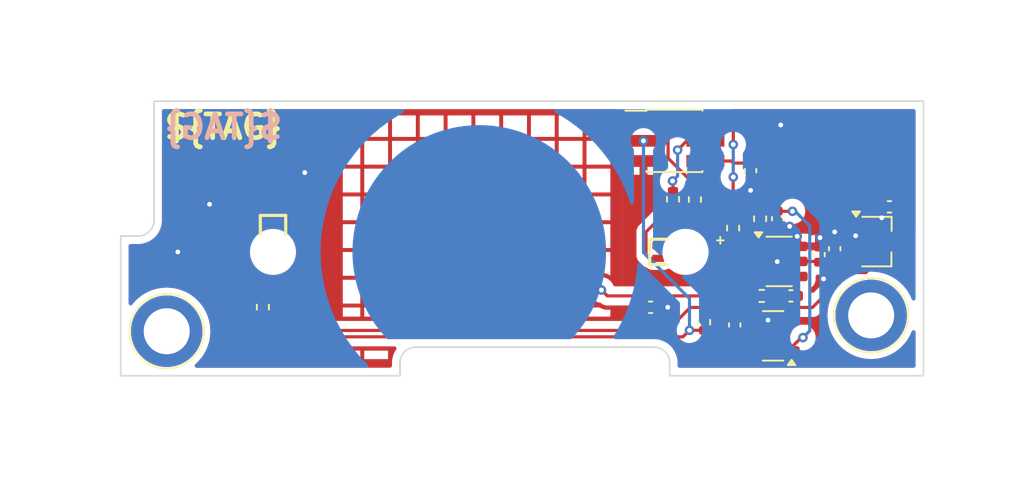
<source format=kicad_pcb>
(kicad_pcb (version 20240108) (generator "pcbnew") (generator_version "8.0")
  (layers (0 "F.Cu" signal) (1 "In1.Cu" signal) (2 "In2.Cu" signal) (3 "In3.Cu" signal) (4 "In4.Cu" signal) (31 "B.Cu" signal) (34 "B.Paste" user) (35 "F.Paste" user) (36 "B.SilkS" user "B.Silkscreen") (37 "F.SilkS" user "F.Silkscreen") (38 "B.Mask" user) (39 "F.Mask" user) (44 "Edge.Cuts" user))
  (net 0 "")
  (net 1 "GND")
  (net 2 "+3V3")
  (net 3 "~{LED_B}")
  (net 4 "CAP_BUTTON")
  (net 5 "~{LED_G}")
  (net 6 "~{LED_R}")
  (net 7 "~{CAP_BUTTON}")
  (net 8 "Net-(U301-VO)")
  (net 9 "Net-(U302-SNS)")
  (net 10 "Net-(U302-SNSK)")
  (net 11 "Net-(C307-Pad1)")
  (net 12 "Net-(D301-A)")
  (net 15 "Net-(LED301---Pad4)")
  (net 16 "Net-(LED301---Pad1)")
  (net 17 "Net-(LED301---Pad3)")
  (net 18 "Net-(U302-OUT)")
  (footprint "Resistor_SMD:R_0402_1005Metric" (layer "F.Cu") (at 16 -1.5 -90)
    (property "Reference" "R304" (hide yes))
    (property "Value" "180Ω")
    (fp_line (start -0.153641 0.38) (end 0.153641 0.38) (stroke (width 0.12)) (layer "F.SilkS"))
    (fp_line (start -0.153641 -0.38) (end 0.153641 -0.38) (stroke (width 0.12)) (layer "F.SilkS"))
    (pad "1" smd roundrect (at -0.51 0 270) (size 0.54 0.64) (layers "F.Cu" "F.Paste" "F.Mask") (net 3 "~{LED_B}"))
    (pad "2" smd roundrect (at 0.51 0 270) (size 0.54 0.64) (layers "F.Cu" "F.Paste" "F.Mask") (net 17 "Net-(LED301---Pad3)"))
  )
  (footprint "Resistor_SMD:R_0402_1005Metric" (layer "F.Cu") (at 14.17 4.43 90)
    (property "Reference" "R307" (hide yes))
    (property "Value" "100k")
    (fp_line (start -0.153641 -0.38) (end 0.153641 -0.38) (stroke (width 0.12)) (layer "F.SilkS"))
    (fp_line (start -0.153641 0.38) (end 0.153641 0.38) (stroke (width 0.12)) (layer "F.SilkS"))
    (pad "1" smd roundrect (at -0.51 0 90) (size 0.54 0.64) (layers "F.Cu" "F.Paste" "F.Mask") (net 7 "~{CAP_BUTTON}"))
    (pad "2" smd roundrect (at 0.51 0 90) (size 0.54 0.64) (layers "F.Cu" "F.Paste" "F.Mask") (net 2 "+3V3"))
  )
  (footprint "Resistor_SMD:R_0402_1005Metric" (layer "F.Cu") (at 17.8 2.7725 180)
    (property "Reference" "R302" (hide yes))
    (property "Value" "10k")
    (fp_line (start -0.153641 0.38) (end 0.153641 0.38) (stroke (width 0.12)) (layer "F.SilkS"))
    (fp_line (start -0.153641 -0.38) (end 0.153641 -0.38) (stroke (width 0.12)) (layer "F.SilkS"))
    (pad "1" smd roundrect (at -0.51 0 180) (size 0.54 0.64) (layers "F.Cu" "F.Paste" "F.Mask") (net 10 "Net-(U302-SNSK)"))
    (pad "2" smd roundrect (at 0.51 0 180) (size 0.54 0.64) (layers "F.Cu" "F.Paste" "F.Mask") (net 11 "Net-(C307-Pad1)"))
  )
  (footprint "Resistor_SMD:R_0402_1005Metric" (layer "F.Cu") (at 13.59 -3.3 90)
    (property "Reference" "R306" (hide yes))
    (property "Value" "180Ω")
    (fp_line (start -0.153641 -0.38) (end 0.153641 -0.38) (stroke (width 0.12)) (layer "F.SilkS"))
    (fp_line (start -0.153641 0.38) (end 0.153641 0.38) (stroke (width 0.12)) (layer "F.SilkS"))
    (pad "1" smd roundrect (at -0.51 0 90) (size 0.54 0.64) (layers "F.Cu" "F.Paste" "F.Mask") (net 16 "Net-(LED301---Pad1)"))
    (pad "2" smd roundrect (at 0.51 0 90) (size 0.54 0.64) (layers "F.Cu" "F.Paste" "F.Mask") (net 6 "~{LED_R}"))
  )
  (footprint "Package_TO_SOT_SMD:TSOT-23" (layer "F.Cu") (at 25.03 -0.67)
    (property "Reference" "U301" (hide yes))
    (property "Value" "ME6216A28XG")
    (fp_line (start 0.945 0.69) (end 0.945 1.58) (stroke (width 0.12)) (layer "F.SilkS"))
    (fp_line (start 0.945 1.58) (end -0.905 1.58) (stroke (width 0.12)) (layer "F.SilkS"))
    (fp_line (start 0.96 -1.54) (end -0.89 -1.54) (stroke (width 0.12)) (layer "F.SilkS"))
    (fp_line (start 0.96 -1.54) (end 0.96 -0.65) (stroke (width 0.12)) (layer "F.SilkS"))
    (fp_poly (pts (xy -1.28 -1.55) (xy -1.52 -1.88) (xy -1.04 -1.88) (xy -1.28 -1.55)) (stroke (width 0.12)) (fill solid) (layer "F.SilkS"))
    (pad "1" smd roundrect (at -1.31 -0.95) (size 1.22 0.65) (layers "F.Cu" "F.Paste" "F.Mask") (net 1 "GND"))
    (pad "2" smd roundrect (at -1.31 0.95) (size 1.22 0.65) (layers "F.Cu" "F.Paste" "F.Mask") (net 8 "Net-(U301-VO)"))
    (pad "3" smd roundrect (at 1.31 0) (size 1.22 0.65) (layers "F.Cu" "F.Paste" "F.Mask") (net 2 "+3V3"))
  )
  (footprint "Capacitor_SMD:C_0402_1005Metric" (layer "F.Cu") (at 10.8 3.49)
    (property "Reference" "C307" (hide yes))
    (property "Value" "~")
    (fp_line (start -0.107836 -0.36) (end 0.107836 -0.36) (stroke (width 0.12)) (layer "F.SilkS"))
    (fp_line (start -0.107836 0.36) (end 0.107836 0.36) (stroke (width 0.12)) (layer "F.SilkS"))
    (pad "1" smd roundrect (at -0.48 0) (size 0.56 0.62) (layers "F.Cu" "F.Paste" "F.Mask") (net 11 "Net-(C307-Pad1)"))
    (pad "2" smd roundrect (at 0.48 0) (size 0.56 0.62) (layers "F.Cu" "F.Paste" "F.Mask") (net 1 "GND"))
  )
  (footprint "Package_TO_SOT_SMD:SOT-23-6" (layer "F.Cu") (at 18.9 0.6)
    (property "Reference" "U302" (hide yes))
    (property "Value" "AT42QT1010-TSHR")
    (fp_line (start 0 -1.56) (end -0.8 -1.56) (stroke (width 0.12)) (layer "F.SilkS"))
    (fp_line (start 0 -1.56) (end 0.8 -1.56) (stroke (width 0.12)) (layer "F.SilkS"))
    (fp_line (start 0 1.56) (end -0.8 1.56) (stroke (width 0.12)) (layer "F.SilkS"))
    (fp_line (start 0 1.56) (end 0.8 1.56) (stroke (width 0.12)) (layer "F.SilkS"))
    (fp_poly (pts (xy -1.3 -1.51) (xy -1.54 -1.84) (xy -1.06 -1.84) (xy -1.3 -1.51)) (stroke (width 0.12)) (fill solid) (layer "F.SilkS"))
    (pad "1" smd roundrect (at -1.1375 -0.95) (size 1.325 0.6) (layers "F.Cu" "F.Paste" "F.Mask") (net 18 "Net-(U302-OUT)"))
    (pad "2" smd roundrect (at -1.1375 0) (size 1.325 0.6) (layers "F.Cu" "F.Paste" "F.Mask") (net 1 "GND"))
    (pad "3" smd roundrect (at -1.1375 0.95) (size 1.325 0.6) (layers "F.Cu" "F.Paste" "F.Mask") (net 10 "Net-(U302-SNSK)"))
    (pad "4" smd roundrect (at 1.1375 0.95) (size 1.325 0.6) (layers "F.Cu" "F.Paste" "F.Mask") (net 9 "Net-(U302-SNS)"))
    (pad "5" smd roundrect (at 1.1375 0) (size 1.325 0.6) (layers "F.Cu" "F.Paste" "F.Mask") (net 8 "Net-(U301-VO)"))
    (pad "6" smd roundrect (at 1.1375 -0.95) (size 1.325 0.6) (layers "F.Cu" "F.Paste" "F.Mask") (net 1 "GND"))
  )
  (footprint "Capacitor_SMD:C_0402_1005Metric" (layer "F.Cu") (at 19.64 2.7725)
    (property "Reference" "C306" (hide yes))
    (property "Value" "8.2nF")
    (fp_line (start -0.107836 -0.36) (end 0.107836 -0.36) (stroke (width 0.12)) (layer "F.SilkS"))
    (fp_line (start -0.107836 0.36) (end 0.107836 0.36) (stroke (width 0.12)) (layer "F.SilkS"))
    (pad "1" smd roundrect (at -0.48 0) (size 0.56 0.62) (layers "F.Cu" "F.Paste" "F.Mask") (net 10 "Net-(U302-SNSK)"))
    (pad "2" smd roundrect (at 0.48 0) (size 0.56 0.62) (layers "F.Cu" "F.Paste" "F.Mask") (net 9 "Net-(U302-SNS)"))
  )
  (footprint "PCM_kikit:Tab" (layer "F.Cu") (at 17.57 8.69 90)
    (property "Reference" "REF**" (hide yes))
    (property "Value" "Tab")
  )
  (footprint "Resistor_SMD:R_0402_1005Metric" (layer "F.Cu") (at 17.7 -2.09 -90)
    (property "Reference" "R303" (hide yes))
    (property "Value" "10k")
    (fp_line (start -0.153641 0.38) (end 0.153641 0.38) (stroke (width 0.12)) (layer "F.SilkS"))
    (fp_line (start -0.153641 -0.38) (end 0.153641 -0.38) (stroke (width 0.12)) (layer "F.SilkS"))
    (pad "1" smd roundrect (at -0.51 0 270) (size 0.54 0.64) (layers "F.Cu" "F.Paste" "F.Mask") (net 4 "CAP_BUTTON"))
    (pad "2" smd roundrect (at 0.51 0 270) (size 0.54 0.64) (layers "F.Cu" "F.Paste" "F.Mask") (net 18 "Net-(U302-OUT)"))
  )
  (footprint "cacophony-library:SMTWE2070MTJ" (layer "F.Cu") (at 24.7 4)
    (property "Reference" "J303" (hide yes))
    (property "Value" "Screw_Terminal_01x01")
    (fp_circle (center 0 0) (end 2.35 0) (stroke (width 0.1)) (fill none) (layer "F.SilkS"))
    (pad "1" thru_hole circle (at 0 0) (size 4.5 4.5) (drill 2.9) (layers "*.Cu" "*.Mask"))
  )
  (footprint "PCM_kikit:Tab" (layer "F.Cu") (at 19.73 -9.53 -90)
    (property "Reference" "REF**" (hide yes))
    (property "Value" "Tab")
  )
  (footprint "Capacitor_SMD:C_0402_1005Metric" (layer "F.Cu") (at 22.4 -0.2 90)
    (property "Reference" "C304" (hide yes))
    (property "Value" "1uF")
    (fp_line (start -0.107836 -0.36) (end 0.107836 -0.36) (stroke (width 0.12)) (layer "F.SilkS"))
    (fp_line (start -0.107836 0.36) (end 0.107836 0.36) (stroke (width 0.12)) (layer "F.SilkS"))
    (pad "1" smd roundrect (at -0.48 0 90) (size 0.56 0.62) (layers "F.Cu" "F.Paste" "F.Mask") (net 8 "Net-(U301-VO)"))
    (pad "2" smd roundrect (at 0.48 0 90) (size 0.56 0.62) (layers "F.Cu" "F.Paste" "F.Mask") (net 1 "GND"))
  )
  (footprint "PCM_kikit:Tab" (layer "F.Cu") (at 28 -0.9 180)
    (property "Reference" "REF**" (hide yes))
    (property "Value" "Tab")
  )
  (footprint "Capacitor_SMD:C_0402_1005Metric" (layer "F.Cu") (at 21.41 0.17 90)
    (property "Reference" "C305" (hide yes))
    (property "Value" "220nF")
    (fp_line (start -0.107836 -0.36) (end 0.107836 -0.36) (stroke (width 0.12)) (layer "F.SilkS"))
    (fp_line (start -0.107836 0.36) (end 0.107836 0.36) (stroke (width 0.12)) (layer "F.SilkS"))
    (pad "1" smd roundrect (at -0.48 0 90) (size 0.56 0.62) (layers "F.Cu" "F.Paste" "F.Mask") (net 8 "Net-(U301-VO)"))
    (pad "2" smd roundrect (at 0.48 0 90) (size 0.56 0.62) (layers "F.Cu" "F.Paste" "F.Mask") (net 1 "GND"))
  )
  (footprint "Capacitor_SMD:C_0402_1005Metric" (layer "F.Cu") (at 17.1 -5.12 90)
    (property "Reference" "C301" (hide yes))
    (property "Value" "1uF")
    (fp_line (start -0.107836 -0.36) (end 0.107836 -0.36) (stroke (width 0.12)) (layer "F.SilkS"))
    (fp_line (start -0.107836 0.36) (end 0.107836 0.36) (stroke (width 0.12)) (layer "F.SilkS"))
    (pad "1" smd roundrect (at -0.48 0 90) (size 0.56 0.62) (layers "F.Cu" "F.Paste" "F.Mask") (net 1 "GND"))
    (pad "2" smd roundrect (at 0.48 0 90) (size 0.56 0.62) (layers "F.Cu" "F.Paste" "F.Mask") (net 2 "+3V3"))
  )
  (footprint "cacophony-library:QBLP655R-IW-2897" (layer "F.Cu") (at -13 0 -90)
    (property "Reference" "D301" (hide yes))
    (property "Value" "LED")
    (fp_line (start -2.3 0.8) (end -1.1 0.8) (stroke (width 0.2)) (layer "F.SilkS"))
    (fp_line (start -2.3 -0.8) (end -2.3 0.8) (stroke (width 0.2)) (layer "F.SilkS"))
    (fp_line (start -2.3 -0.8) (end -1.1 -0.8) (stroke (width 0.2)) (layer "F.SilkS"))
    (pad "" np_thru_hole circle (at 0 0 270) (size 2.4 2.4) (drill 2.4) (layers "F&B.Cu" "*.Mask"))
    (pad "1" smd custom (at -1.8 0 90) (size 0.22 0.22) (layers "F.Cu" "F.Paste" "F.Mask") (net 7 "~{CAP_BUTTON}") (options (clearance outline) (anchor circle)) (primitives (gr_rect (start -0.29 -0.3) (end 0.29 0.28) (width 0.001) (fill yes)) (gr_poly (pts (xy -0.32 0.2) (xy -0.41 0.61) (xy -0.41 0.63) (xy 0.28 0.63) (xy 0.283984 0.629619) (xy 0.289619 0.623984) (xy 0.29 0.62) (xy 0.29 0.19) (xy 0.289619 0.186016) (xy 0.283984 0.180381) (xy 0.28 0.18) (xy -0.31 0.18)) (width 0) (fill yes)) (gr_arc (start -0.410001 -0.58) (mid -0.294632 0) (end -0.410001 0.58) (width 0.1)) (gr_poly (pts (xy -0.32 -0.2) (xy -0.41 -0.61) (xy -0.41 -0.63) (xy 0.28 -0.63) (xy 0.283984 -0.629619) (xy 0.289619 -0.623984) (xy 0.29 -0.62) (xy 0.29 -0.19) (xy 0.289619 -0.186016) (xy 0.283984 -0.180381) (xy 0.28 -0.18) (xy -0.31 -0.18)) (width 0) (fill yes))))
    (pad "2" smd custom (at 1.8 0 270) (size 0.22 0.22) (layers "F.Cu" "F.Paste" "F.Mask") (net 12 "Net-(D301-A)") (options (clearance outline) (anchor circle)) (primitives (gr_rect (start -0.29 -0.3) (end 0.29 0.28) (width 0.001) (fill yes)) (gr_poly (pts (xy -0.32 0.2) (xy -0.41 0.61) (xy -0.41 0.63) (xy 0.28 0.63) (xy 0.283984 0.629619) (xy 0.289619 0.623984) (xy 0.29 0.62) (xy 0.29 0.19) (xy 0.289619 0.186016) (xy 0.283984 0.180381) (xy 0.28 0.18) (xy -0.31 0.18)) (width 0) (fill yes)) (gr_arc (start -0.410001 -0.58) (mid -0.294632 0) (end -0.410001 0.58) (width 0.1)) (gr_poly (pts (xy -0.32 -0.2) (xy -0.41 -0.61) (xy -0.41 -0.63) (xy 0.28 -0.63) (xy 0.283984 -0.629619) (xy 0.289619 -0.623984) (xy 0.29 -0.62) (xy 0.29 -0.19) (xy 0.289619 -0.186016) (xy 0.283984 -0.180381) (xy 0.28 -0.18) (xy -0.31 -0.18)) (width 0) (fill yes))))
  )
  (footprint "cacophony-library:SMTWE2070MTJ" (layer "F.Cu") (at -19.7 5)
    (property "Reference" "J301" (hide yes))
    (property "Value" "Screw_Terminal_01x01")
    (fp_circle (center 0 0) (end 2.35 0) (stroke (width 0.1)) (fill none) (layer "F.SilkS"))
    (pad "1" thru_hole circle (at 0 0) (size 4.5 4.5) (drill 2.9) (layers "*.Cu" "*.Mask"))
  )
  (footprint "Capacitor_SMD:C_0402_1005Metric" (layer "F.Cu") (at 18.81 -2.09 -90)
    (property "Reference" "C308" (hide yes))
    (property "Value" "220nF")
    (fp_line (start -0.107836 0.36) (end 0.107836 0.36) (stroke (width 0.12)) (layer "F.SilkS"))
    (fp_line (start -0.107836 -0.36) (end 0.107836 -0.36) (stroke (width 0.12)) (layer "F.SilkS"))
    (pad "1" smd roundrect (at -0.48 0 270) (size 0.56 0.62) (layers "F.Cu" "F.Paste" "F.Mask") (net 4 "CAP_BUTTON"))
    (pad "2" smd roundrect (at 0.48 0 270) (size 0.56 0.62) (layers "F.Cu" "F.Paste" "F.Mask") (net 1 "GND"))
  )
  (footprint "cacophony-library:QBLP655R-RGB" (layer "F.Cu") (at 13 0 180)
    (property "Reference" "LED301" (hide yes))
    (property "Value" "NH-B1515RGBA-HF")
    (fp_line (start 2.26 0.8) (end 2.26 -0.8) (stroke (width 0.2)) (layer "F.SilkS"))
    (fp_line (start 2.26 0.8) (end 1.2 0.8) (stroke (width 0.2)) (layer "F.SilkS"))
    (fp_line (start 2.26 -0.8) (end 1.2 -0.8) (stroke (width 0.2)) (layer "F.SilkS"))
    (fp_line (start -2.19 0.52) (end -2.19 0.94) (stroke (width 0.12)) (layer "F.SilkS"))
    (fp_line (start -2.4 0.73) (end -1.98 0.73) (stroke (width 0.12)) (layer "F.SilkS"))
    (pad "" np_thru_hole circle (at 0 0 180) (size 2.4 2.4) (drill 2.4) (layers "F&B.Cu" "*.Mask"))
    (pad "1" smd custom (at 1.7 0.4) (size 0.22 0.22) (layers "F.Cu" "F.Paste" "F.Mask") (net 16 "Net-(LED301---Pad1)") (options (clearance outline) (anchor circle)) (primitives (gr_poly (pts (xy 0.22 0.2) (xy 0.31 -0.21) (xy 0.31 -0.23) (xy -0.38 -0.23) (xy -0.383984 -0.229619) (xy -0.389619 -0.223984) (xy -0.39 -0.22) (xy -0.39 0.21) (xy -0.389619 0.213984) (xy -0.383984 0.219619) (xy -0.38 0.22) (xy 0.21 0.22)) (width 0) (fill yes)) (gr_arc (start 0.212119 0.170325) (mid 0.250511 -0.007785) (end 0.310001 -0.18) (width 0.1))))
    (pad "2" smd custom (at -1.7 0.4) (size 0.22 0.22) (layers "F.Cu" "F.Paste" "F.Mask") (net 2 "+3V3") (options (clearance outline) (anchor circle)) (primitives (gr_poly (pts (xy -0.22 0.2) (xy -0.31 -0.21) (xy -0.31 -0.23) (xy 0.38 -0.23) (xy 0.383984 -0.229619) (xy 0.389619 -0.223984) (xy 0.39 -0.22) (xy 0.39 0.21) (xy 0.389619 0.213984) (xy 0.383984 0.219619) (xy 0.38 0.22) (xy -0.21 0.22)) (width 0) (fill yes)) (gr_arc (start -0.310001 -0.18) (mid -0.250511 -0.007785) (end -0.212119 0.170325) (width 0.1))))
    (pad "3" smd custom (at -1.7 -0.4 180) (size 0.22 0.22) (layers "F.Cu" "F.Paste" "F.Mask") (net 17 "Net-(LED301---Pad3)") (options (clearance outline) (anchor circle)) (primitives (gr_poly (pts (xy 0.22 0.2) (xy 0.31 -0.21) (xy 0.31 -0.23) (xy -0.38 -0.23) (xy -0.383984 -0.229619) (xy -0.389619 -0.223984) (xy -0.39 -0.22) (xy -0.39 0.21) (xy -0.389619 0.213984) (xy -0.383984 0.219619) (xy -0.38 0.22) (xy 0.21 0.22)) (width 0) (fill yes)) (gr_arc (start 0.212119 0.170325) (mid 0.250511 -0.007785) (end 0.310001 -0.18) (width 0.1))))
    (pad "4" smd custom (at 1.7 -0.4 180) (size 0.22 0.22) (layers "F.Cu" "F.Paste" "F.Mask") (net 15 "Net-(LED301---Pad4)") (options (clearance outline) (anchor circle)) (primitives (gr_poly (pts (xy -0.22 0.2) (xy -0.31 -0.21) (xy -0.31 -0.23) (xy 0.38 -0.23) (xy 0.383984 -0.229619) (xy 0.389619 -0.223984) (xy 0.39 -0.22) (xy 0.39 0.21) (xy 0.389619 0.213984) (xy 0.383984 0.219619) (xy 0.38 0.22) (xy -0.21 0.22)) (width 0) (fill yes)) (gr_arc (start -0.310001 -0.18) (mid -0.250511 -0.007785) (end -0.212119 0.170325) (width 0.1))))
  )
  (footprint "PCM_kikit:Tab" (layer "F.Cu") (at -12.08 -9.52 -90)
    (property "Reference" "REF**" (hide yes))
    (property "Value" "Tab")
  )
  (footprint "Package_TO_SOT_SMD:SOT-23" (layer "F.Cu") (at 18.52 5.29 180)
    (property "Reference" "Q301" (hide yes))
    (property "Value" "AO3400A")
    (fp_line (start 0 1.56) (end 0.65 1.56) (stroke (width 0.12)) (layer "F.SilkS"))
    (fp_line (start 0 1.56) (end -0.65 1.56) (stroke (width 0.12)) (layer "F.SilkS"))
    (fp_line (start 0 -1.56) (end 0.65 -1.56) (stroke (width 0.12)) (layer "F.SilkS"))
    (fp_line (start 0 -1.56) (end -0.65 -1.56) (stroke (width 0.12)) (layer "F.SilkS"))
    (fp_poly (pts (xy -1.1625 -1.51) (xy -1.4025 -1.84) (xy -0.9225 -1.84) (xy -1.1625 -1.51)) (stroke (width 0.12)) (fill solid) (layer "F.SilkS"))
    (pad "1" smd roundrect (at -0.9375 -0.95 180) (size 1.475 0.6) (layers "F.Cu" "F.Paste" "F.Mask") (net 4 "CAP_BUTTON"))
    (pad "2" smd roundrect (at -0.9375 0.95 180) (size 1.475 0.6) (layers "F.Cu" "F.Paste" "F.Mask") (net 1 "GND"))
    (pad "3" smd roundrect (at 0.9375 0 180) (size 1.475 0.6) (layers "F.Cu" "F.Paste" "F.Mask") (net 7 "~{CAP_BUTTON}"))
  )
  (footprint "Capacitor_SMD:C_0402_1005Metric" (layer "F.Cu") (at 16.1 4.6 90)
    (property "Reference" "C302" (hide yes))
    (property "Value" "1uF")
    (fp_line (start -0.107836 -0.36) (end 0.107836 -0.36) (stroke (width 0.12)) (layer "F.SilkS"))
    (fp_line (start -0.107836 0.36) (end 0.107836 0.36) (stroke (width 0.12)) (layer "F.SilkS"))
    (pad "1" smd roundrect (at -0.48 0 90) (size 0.56 0.62) (layers "F.Cu" "F.Paste" "F.Mask") (net 7 "~{CAP_BUTTON}"))
    (pad "2" smd roundrect (at 0.48 0 90) (size 0.56 0.62) (layers "F.Cu" "F.Paste" "F.Mask") (net 1 "GND"))
  )
  (footprint "Connector_PinHeader_1.27mm:PinHeader_2x03_P1.27mm_Vertical_SMD" (layer "F.Cu") (at 12.3 -7)
    (property "Reference" "J302" (hide yes))
    (property "Value" "Conn_02x03_Odd_Even")
    (fp_line (start -3.09 -1.9) (end -1.765 -1.9) (stroke (width 0.12)) (layer "F.SilkS"))
    (fp_line (start -1.765 -1.965) (end -1.765 -1.9) (stroke (width 0.12)) (layer "F.SilkS"))
    (fp_line (start -1.765 -1.965) (end 1.765 -1.965) (stroke (width 0.12)) (layer "F.SilkS"))
    (fp_line (start -1.765 1.9) (end -1.765 1.965) (stroke (width 0.12)) (layer "F.SilkS"))
    (fp_line (start -1.765 1.965) (end 1.765 1.965) (stroke (width 0.12)) (layer "F.SilkS"))
    (fp_line (start 1.765 -1.965) (end 1.765 -1.9) (stroke (width 0.12)) (layer "F.SilkS"))
    (fp_line (start 1.765 1.9) (end 1.765 1.965) (stroke (width 0.12)) (layer "F.SilkS"))
    (pad "1" smd rect (at -1.95 -1.27) (size 2.4 0.74) (layers "F.Cu" "F.Paste" "F.Mask") (net 6 "~{LED_R}"))
    (pad "2" smd rect (at 1.95 -1.27) (size 2.4 0.74) (layers "F.Cu" "F.Paste" "F.Mask") (net 3 "~{LED_B}"))
    (pad "3" smd rect (at -1.95 0) (size 2.4 0.74) (layers "F.Cu" "F.Paste" "F.Mask") (net 7 "~{CAP_BUTTON}"))
    (pad "4" smd rect (at 1.95 0) (size 2.4 0.74) (layers "F.Cu" "F.Paste" "F.Mask") (net 5 "~{LED_G}"))
    (pad "5" smd rect (at -1.95 1.27) (size 2.4 0.74) (layers "F.Cu" "F.Paste" "F.Mask") (net 1 "GND"))
    (pad "6" smd rect (at 1.95 1.27) (size 2.4 0.74) (layers "F.Cu" "F.Paste" "F.Mask") (net 2 "+3V3"))
  )
  (footprint "PCM_kikit:Tab" (layer "F.Cu") (at -15.25 8.73 90)
    (property "Reference" "REF**" (hide yes))
    (property "Value" "Tab")
  )
  (footprint "Capacitor_SMD:C_0402_1005Metric" (layer "F.Cu") (at 25.85 -2.84 180)
    (property "Reference" "C303" (hide yes))
    (property "Value" "1uF")
    (fp_line (start -0.107836 0.36) (end 0.107836 0.36) (stroke (width 0.12)) (layer "F.SilkS"))
    (fp_line (start -0.107836 -0.36) (end 0.107836 -0.36) (stroke (width 0.12)) (layer "F.SilkS"))
    (pad "1" smd roundrect (at -0.48 0 180) (size 0.56 0.62) (layers "F.Cu" "F.Paste" "F.Mask") (net 2 "+3V3"))
    (pad "2" smd roundrect (at 0.48 0 180) (size 0.56 0.62) (layers "F.Cu" "F.Paste" "F.Mask") (net 1 "GND"))
  )
  (footprint "Resistor_SMD:R_0402_1005Metric" (layer "F.Cu") (at -13.64 3.48 -90)
    (property "Reference" "R301" (hide yes))
    (property "Value" "180Ω")
    (fp_line (start -0.153641 0.38) (end 0.153641 0.38) (stroke (width 0.12)) (layer "F.SilkS"))
    (fp_line (start -0.153641 -0.38) (end 0.153641 -0.38) (stroke (width 0.12)) (layer "F.SilkS"))
    (pad "1" smd roundrect (at -0.51 0 270) (size 0.54 0.64) (layers "F.Cu" "F.Paste" "F.Mask") (net 12 "Net-(D301-A)"))
    (pad "2" smd roundrect (at 0.51 0 270) (size 0.54 0.64) (layers "F.Cu" "F.Paste" "F.Mask") (net 2 "+3V3"))
  )
  (footprint "Resistor_SMD:R_0402_1005Metric" (layer "F.Cu") (at 12.21 -3.32 90)
    (property "Reference" "R305" (hide yes))
    (property "Value" "180Ω")
    (fp_line (start -0.153641 -0.38) (end 0.153641 -0.38) (stroke (width 0.12)) (layer "F.SilkS"))
    (fp_line (start -0.153641 0.38) (end 0.153641 0.38) (stroke (width 0.12)) (layer "F.SilkS"))
    (pad "1" smd roundrect (at -0.51 0 90) (size 0.54 0.64) (layers "F.Cu" "F.Paste" "F.Mask") (net 15 "Net-(LED301---Pad4)"))
    (pad "2" smd roundrect (at 0.51 0 90) (size 0.54 0.64) (layers "F.Cu" "F.Paste" "F.Mask") (net 5 "~{LED_G}"))
  )
  (footprint "cacophony-library:Touch_Pad" (layer "B.Cu") (at 0 0 180)
    (property "Reference" "H301" (hide yes))
    (property "Value" "MountingHole_Pad")
    (pad "1" smd custom (at 0 0 180) (size 2 2) (layers "B.Cu") (net 11 "Net-(C307-Pad1)") (clearance 2) (options (clearance outline) (anchor circle)) (primitives (gr_poly (pts (arc (start 5.8 -5.5) (mid 0 7.993122) (end -5.8 -5.5))) (width 0) (fill yes))))
  )
  (gr_line (start 11 6) (end -4.000001 6) (stroke (width 0.1)) (layer "Edge.Cuts"))
  (gr_line (start -22.6 -1) (end -21.499998 -1) (stroke (width 0.1)) (layer "Edge.Cuts"))
  (gr_line (start 28 -9.5) (end 28 7.8) (stroke (width 0.1)) (layer "Edge.Cuts"))
  (gr_line (start -5 6.999999) (end -5 7.8) (stroke (width 0.1)) (layer "Edge.Cuts"))
  (gr_line (start 12 7.8) (end 12 7) (stroke (width 0.1)) (layer "Edge.Cuts"))
  (gr_arc (start -20.5 -2) (mid -20.792893 -1.292893) (end -21.499998 -1) (stroke (width 0.1)) (layer "Edge.Cuts"))
  (gr_line (start -20.5 -9.5) (end 28 -9.5) (stroke (width 0.1)) (layer "Edge.Cuts"))
  (gr_line (start 28 7.8) (end 12 7.8) (stroke (width 0.1)) (layer "Edge.Cuts"))
  (gr_line (start -5 7.8) (end -22.6 7.8) (stroke (width 0.1)) (layer "Edge.Cuts"))
  (gr_arc (start 11 6) (mid 11.707107 6.292893) (end 12 7) (stroke (width 0.1)) (layer "Edge.Cuts"))
  (gr_arc (start -5 6.999999) (mid -4.707107 6.292893) (end -4.000001 6) (stroke (width 0.1)) (layer "Edge.Cuts"))
  (gr_line (start -20.5 -2) (end -20.5 -9.5) (stroke (width 0.1)) (layer "Edge.Cuts"))
  (gr_line (start -22.6 7.8) (end -22.6 -1) (stroke (width 0.1)) (layer "Edge.Cuts"))
  (gr_text "${TAG}" (at -20 -7 -0) (layer "B.SilkS") (effects (font (size 1.5 1.5) (thickness 0.3) (bold yes)) (justify right bottom mirror)))
  (gr_text "${TAG}" (at -20 -7 -0) (layer "F.SilkS") (effects (font (size 1.5 1.5) (thickness 0.3) (bold yes)) (justify left bottom)))
  (segment (start 22.58 -0.68) (end 23.05 -1.15) (width 0.2) (layer "F.Cu") (net 1))
  (segment (start 23.72 -1.62) (end 23.72 -1.02) (width 0.2) (layer "F.Cu") (net 1))
  (segment (start 21.41 -0.83) (end 21.48 -0.9) (width 0.2) (layer "F.Cu") (net 1))
  (segment (start 23.05 -1.15) (end 23.25 -1.15) (width 0.2) (layer "F.Cu") (net 1))
  (segment (start 18.02 4.12) (end 16.1 4.12) (width 0.2) (layer "F.Cu") (net 1))
  (segment (start 18.78 0.1) (end 19.23 -0.35) (width 0.2) (layer "F.Cu") (net 1))
  (segment (start 19.4575 4.34) (end 18.24 4.34) (width 0.2) (layer "F.Cu") (net 1))
  (segment (start 11.28 3.49) (end 11.88 3.49) (width 0.2) (layer "F.Cu") (net 1))
  (segment (start 18.81 -1.61) (end 18.81 -1.5775) (width 0.2) (layer "F.Cu") (net 1))
  (segment (start 18.77 0.6) (end 18.78 0.61) (width 0.2) (layer "F.Cu") (net 1))
  (segment (start 21.41 -0.31) (end 21.41 -0.83) (width 0.2) (layer "F.Cu") (net 1))
  (segment (start 20.0375 -0.9775) (end 20.04 -0.98) (width 0.2) (layer "F.Cu") (net 1))
  (segment (start 17.7625 0.6) (end 18.77 0.6) (width 0.2) (layer "F.Cu") (net 1))
  (segment (start 18.2 4.3) (end 18.02 4.12) (width 0.2) (layer "F.Cu") (net 1))
  (segment (start 18.78 0.61) (end 18.78 0.1) (width 0.2) (layer "F.Cu") (net 1))
  (segment (start 20.0375 -0.35) (end 20.0375 -0.9775) (width 0.2) (layer "F.Cu") (net 1))
  (segment (start 18.81 -1.61) (end 19.56 -1.61) (width 0.2) (layer "F.Cu") (net 1))
  (segment (start 18.81 -1.5775) (end 20.0375 -0.35) (width 0.2) (layer "F.Cu") (net 1))
  (segment (start 22.4 -0.68) (end 21.78 -0.68) (width 0.2) (layer "F.Cu") (net 1))
  (segment (start 19.23 -0.35) (end 20.0375 -0.35) (width 0.2) (layer "F.Cu") (net 1))
  (segment (start 18.24 4.34) (end 18.2 4.3) (width 0.2) (layer "F.Cu") (net 1))
  (segment (start 17.1 -4.64) (end 17.1 -3.88) (width 0.2) (layer "F.Cu") (net 1))
  (segment (start 22.4 -0.68) (end 22.58 -0.68) (width 0.2) (layer "F.Cu") (net 1))
  (segment (start 20.0375 -0.35) (end 21.37 -0.35) (width 0.2) (layer "F.Cu") (net 1))
  (segment (start 23.25 -1.15) (end 23.72 -1.62) (width 0.2) (layer "F.Cu") (net 1))
  (segment (start 21.78 -0.68) (end 21.41 -0.31) (width 0.2) (layer "F.Cu") (net 1))
  (segment (start 22.4 -0.68) (end 22.4 -1.26) (width 0.2) (layer "F.Cu") (net 1))
  (segment (start 25.37 -2.84) (end 25.37 -2.15) (width 0.2) (layer "F.Cu") (net 1))
  (segment (start 21.37 -0.35) (end 21.41 -0.31) (width 0.2) (layer "F.Cu") (net 1))
  (via (at 19 -8) (size 0.6) (drill 0.3) (layers "F.Cu" "B.Cu") (net 1))
  (via (at 22.4 -1.26) (size 0.6) (drill 0.3) (layers "F.Cu" "B.Cu") (net 1))
  (via (at -17 -3) (size 0.6) (drill 0.3) (layers "F.Cu" "B.Cu") (net 1))
  (via (at 23.72 -1.02) (size 0.6) (drill 0.3) (layers "F.Cu" "B.Cu") (net 1))
  (via (at 25.37 -2.15) (size 0.6) (drill 0.3) (layers "F.Cu" "B.Cu") (net 1))
  (via (at -11 -5) (size 0.6) (drill 0.3) (layers "F.Cu" "B.Cu") (net 1))
  (via (at 18.2 4.3) (size 0.6) (drill 0.3) (layers "F.Cu" "B.Cu") (net 1))
  (via (at 17.1 -3.88) (size 0.6) (drill 0.3) (layers "F.Cu" "B.Cu") (net 1))
  (via (at 21.48 -0.9) (size 0.6) (drill 0.3) (layers "F.Cu" "B.Cu") (net 1))
  (via (at 18.78 0.61) (size 0.6) (drill 0.3) (layers "F.Cu" "B.Cu") (net 1))
  (via (at 11.88 3.49) (size 0.6) (drill 0.3) (layers "F.Cu" "B.Cu") (net 1))
  (via (at 19.56 -1.61) (size 0.6) (drill 0.3) (layers "F.Cu" "B.Cu") (net 1))
  (via (at 20.04 -0.98) (size 0.6) (drill 0.3) (layers "F.Cu" "B.Cu") (net 1))
  (via (at -19 0) (size 0.6) (drill 0.3) (layers "F.Cu" "B.Cu") (net 1))
  (via (at 21.7 1.7) (size 0.6) (drill 0.3) (layers "F.Cu" "B.Cu") (net 1))
  (segment (start 11.85 4.95) (end 13.3 3.5) (width 0.2) (layer "F.Cu") (net 2))
  (segment (start 14.25 -5.73) (end 14.25 -5.12) (width 0.2) (layer "F.Cu") (net 2))
  (segment (start 14.25 -5.12) (end 14.7 -4.67) (width 0.2) (layer "F.Cu") (net 2))
  (segment (start 26.34 -2.83) (end 26.33 -2.84) (width 0.2) (layer "F.Cu") (net 2))
  (segment (start 24.4 -5.6) (end 26.33 -3.67) (width 0.2) (layer "F.Cu") (net 2))
  (segment (start 17.1 -5.6) (end 24.4 -5.6) (width 0.2) (layer "F.Cu") (net 2))
  (segment (start 13.3 3.5) (end 14.13 3.5) (width 0.2) (layer "F.Cu") (net 2))
  (segment (start 16.01 -5.6) (end 17.1 -5.6) (width 0.2) (layer "F.Cu") (net 2))
  (segment (start 14.7 -4.67) (end 14.7 -0.4) (width 0.2) (layer "F.Cu") (net 2))
  (segment (start 26.33 -3.67) (end 26.33 -2.84) (width 0.2) (layer "F.Cu") (net 2))
  (segment (start -13.64 3.99) (end -12.68 4.95) (width 0.2) (layer "F.Cu") (net 2))
  (segment (start 15.88 -5.73) (end 16.01 -5.6) (width 0.2) (layer "F.Cu") (net 2))
  (segment (start 23.2 1.3) (end 24.37 1.3) (width 0.2) (layer "F.Cu") (net 2))
  (segment (start -12.68 4.95) (end 11.85 4.95) (width 0.2) (layer "F.Cu") (net 2))
  (segment (start 14.13 3.5) (end 21 3.5) (width 0.2) (layer "F.Cu") (net 2))
  (segment (start 14.17 3.92) (end 14.17 3.54) (width 0.2) (layer "F.Cu") (net 2))
  (segment (start 26.34 -0.67) (end 26.34 -2.83) (width 0.2) (layer "F.Cu") (net 2))
  (segment (start 24.37 1.3) (end 26.34 -0.67) (width 0.2) (layer "F.Cu") (net 2))
  (segment (start 21 3.5) (end 23.2 1.3) (width 0.2) (layer "F.Cu") (net 2))
  (segment (start 14.17 3.54) (end 14.13 3.5) (width 0.2) (layer "F.Cu") (net 2))
  (segment (start 14.25 -5.73) (end 15.88 -5.73) (width 0.2) (layer "F.Cu") (net 2))
  (segment (start 15.57 -8.27) (end 16.01 -7.83) (width 0.2) (layer "F.Cu") (net 3))
  (segment (start 16 -2.01) (end 16 -4.709992) (width 0.2) (layer "F.Cu") (net 3))
  (segment (start 16.01 -7.83) (end 16.01 -6.77) (width 0.2) (layer "F.Cu") (net 3))
  (segment (start 16 -4.709992) (end 16.01 -4.719992) (width 0.2) (layer "F.Cu") (net 3))
  (segment (start 14.25 -8.27) (end 15.57 -8.27) (width 0.2) (layer "F.Cu") (net 3))
  (via (at 16.01 -6.77) (size 0.6) (drill 0.3) (layers "F.Cu" "B.Cu") (net 3))
  (via (at 16.01 -4.719992) (size 0.6) (drill 0.3) (layers "F.Cu" "B.Cu") (net 3))
  (segment (start 16.01 -6.77) (end 16.01 -4.719992) (width 0.2) (layer "B.Cu") (net 3))
  (segment (start 18.82 -2.56) (end 18.81 -2.57) (width 0.2) (layer "F.Cu") (net 4))
  (segment (start 18.78 -2.6) (end 18.81 -2.57) (width 0.2) (layer "F.Cu") (net 4))
  (segment (start 17.7 -2.6) (end 18.78 -2.6) (width 0.2) (layer "F.Cu") (net 4))
  (segment (start 20.4 5.4) (end 20.2975 5.4) (width 0.2) (layer "F.Cu") (net 4))
  (segment (start 20.2975 5.4) (end 19.4575 6.24) (width 0.2) (layer "F.Cu") (net 4))
  (segment (start 19.74 -2.56) (end 18.82 -2.56) (width 0.2) (layer "F.Cu") (net 4))
  (via (at 19.74 -2.56) (size 0.6) (drill 0.3) (layers "F.Cu" "B.Cu") (net 4))
  (via (at 20.4 5.4) (size 0.6) (drill 0.3) (layers "F.Cu" "B.Cu") (net 4))
  (segment (start 19.91 -2.56) (end 19.74 -2.56) (width 0.2) (layer "B.Cu") (net 4))
  (segment (start 20.83 4.97) (end 20.4 5.4) (width 0.2) (layer "B.Cu") (net 4))
  (segment (start 20.83 4.53) (end 20.83 -1.64) (width 0.2) (layer "B.Cu") (net 4))
  (segment (start 20.83 4.53) (end 20.83 4.97) (width 0.2) (layer "B.Cu") (net 4))
  (segment (start 20.83 -1.64) (end 20 -2.47) (width 0.2) (layer "B.Cu") (net 4))
  (segment (start 20 -2.47) (end 19.91 -2.56) (width 0.2) (layer "B.Cu") (net 4))
  (segment (start 14.25 -7) (end 13.08 -7) (width 0.2) (layer "F.Cu") (net 5))
  (segment (start 12.21 -3.83) (end 12.21 -4.44) (width 0.2) (layer "F.Cu") (net 5))
  (segment (start 13.08 -7) (end 12.5 -6.42) (width 0.2) (layer "F.Cu") (net 5))
  (segment (start 12.21 -4.44) (end 12.18 -4.47) (width 0.2) (layer "F.Cu") (net 5))
  (via (at 12.18 -4.47) (size 0.6) (drill 0.3) (layers "F.Cu" "B.Cu") (net 5))
  (via (at 12.5 -6.42) (size 0.6) (drill 0.3) (layers "F.Cu" "B.Cu") (net 5))
  (segment (start 12.18 -4.47) (end 12.5 -4.79) (width 0.2) (layer "B.Cu") (net 5))
  (segment (start 12.5 -4.79) (end 12.5 -6.42) (width 0.2) (layer "B.Cu") (net 5))
  (segment (start 13.59 -3.81) (end 13.59 -4.22) (width 0.2) (layer "F.Cu") (net 6))
  (segment (start 11.9 -5.91) (end 11.9 -8.07) (width 0.2) (layer "F.Cu") (net 6))
  (segment (start 11.7 -8.27) (end 10.35 -8.27) (width 0.2) (layer "F.Cu") (net 6))
  (segment (start 10.57 -8.49) (end 10.35 -8.27) (width 0.2) (layer "F.Cu") (net 6))
  (segment (start 13.59 -4.22) (end 11.9 -5.91) (width 0.2) (layer "F.Cu") (net 6))
  (segment (start 11.9 -8.07) (end 11.7 -8.27) (width 0.2) (layer "F.Cu") (net 6))
  (segment (start 14.25 5.02) (end 16.04 5.02) (width 0.2) (layer "F.Cu") (net 7))
  (segment (start 14.17 4.94) (end 13.250002 4.94) (width 0.2) (layer "F.Cu") (net 7))
  (segment (start -13.635 -1.8) (end -14.55 -0.885) (width 0.2) (layer "F.Cu") (net 7))
  (segment (start 16.1 5.08) (end 16.48 5.08) (width 0.2) (layer "F.Cu") (net 7))
  (segment (start -14.55 4.45) (end -13.65 5.35) (width 0.2) (layer "F.Cu") (net 7))
  (segment (start 16.04 5.02) (end 16.1 5.08) (width 0.2) (layer "F.Cu") (net 7))
  (segment (start -13 -1.8) (end -13.635 -1.8) (width 0.2) (layer "F.Cu") (net 7))
  (segment (start -14.55 -0.885) (end -14.55 4.45) (width 0.2) (layer "F.Cu") (net 7))
  (segment (start 14.07 5.04) (end 14.17 4.94) (width 0.2) (layer "F.Cu") (net 7))
  (segment (start 16.69 5.29) (end 17.5825 5.29) (width 0.2) (layer "F.Cu") (net 7))
  (segment (start 13.250002 4.94) (end 13.25 4.939998) (width 0.2) (layer "F.Cu") (net 7))
  (segment (start 12.839998 5.35) (end 13.25 4.939998) (width 0.2) (layer "F.Cu") (net 7))
  (segment (start 14.17 4.94) (end 14.25 5.02) (width 0.2) (layer "F.Cu") (net 7))
  (segment (start 16.48 5.08) (end 16.69 5.29) (width 0.2) (layer "F.Cu") (net 7))
  (segment (start -13.65 5.35) (end 12.839998 5.35) (width 0.2) (layer "F.Cu") (net 7))
  (via (at 13.25 4.939998) (size 0.6) (drill 0.3) (layers "F.Cu" "B.Cu") (net 7))
  (via (at 10.35 -7) (size 0.6) (drill 0.3) (layers "F.Cu" "B.Cu") (net 7))
  (segment (start 13.25 2.94) (end 13.25 4.939998) (width 0.2) (layer "B.Cu") (net 7))
  (segment (start 10.35 0.04) (end 13.25 2.94) (width 0.2) (layer "B.Cu") (net 7))
  (segment (start 10.35 -7) (end 10.35 0.04) (width 0.2) (layer "B.Cu") (net 7))
  (segment (start 22.724999 -0.044999) (end 23.395001 -0.044999) (width 0.2) (layer "F.Cu") (net 8))
  (segment (start 22.03 0.65) (end 22.4 0.28) (width 0.2) (layer "F.Cu") (net 8))
  (segment (start 20.0375 0.6) (end 21.36 0.6) (width 0.2) (layer "F.Cu") (net 8))
  (segment (start 22.4 0.28) (end 22.724999 -0.044999) (width 0.2) (layer "F.Cu") (net 8))
  (segment (start 21.41 0.65) (end 22.03 0.65) (width 0.2) (layer "F.Cu") (net 8))
  (segment (start 23.395001 -0.044999) (end 23.72 0.28) (width 0.2) (layer "F.Cu") (net 8))
  (segment (start 21.36 0.6) (end 21.41 0.65) (width 0.2) (layer "F.Cu") (net 8))
  (segment (start 20.12 2.3) (end 20.0375 2.2175) (width 0.2) (layer "F.Cu") (net 9))
  (segment (start 20.12 2.7725) (end 20.12 2.3) (width 0.2) (layer "F.Cu") (net 9))
  (segment (start 20.0375 2.2175) (end 20.0375 1.55) (width 0.2) (layer "F.Cu") (net 9))
  (segment (start 18.31 2.7725) (end 19.16 2.7725) (width 0.2) (layer "F.Cu") (net 10))
  (segment (start 17.7625 1.55) (end 17.7625 1.9425) (width 0.2) (layer "F.Cu") (net 10))
  (segment (start 18.31 2.49) (end 18.31 2.7725) (width 0.2) (layer "F.Cu") (net 10))
  (segment (start 17.7625 1.9425) (end 18.31 2.49) (width 0.2) (layer "F.Cu") (net 10))
  (segment (start 8.0725 2.7725) (end 7.7 2.4) (width 0.2) (layer "F.Cu") (net 11))
  (segment (start 17.29 2.7725) (end 10.28 2.7725) (width 0.2) (layer "F.Cu") (net 11))
  (segment (start 10.32 3.49) (end 10.32 2.8125) (width 0.2) (layer "F.Cu") (net 11))
  (segment (start 10.32 2.8125) (end 10.28 2.7725) (width 0.2) (layer "F.Cu") (net 11))
  (segment (start 10.28 2.7725) (end 8.0725 2.7725) (width 0.2) (layer "F.Cu") (net 11))
  (via (at 7.7 2.4) (size 0.6) (drill 0.3) (layers "F.Cu" "B.Cu") (net 11))
  (segment (start 0 0) (end 5.51 0) (width 0.2) (layer "B.Cu") (net 11))
  (segment (start 7.7 2.19) (end 7.7 2.4) (width 0.2) (layer "B.Cu") (net 11))
  (segment (start 5.51 0) (end 7.7 2.19) (width 0.2) (layer "B.Cu") (net 11))
  (segment (start -13 1.8) (end -13 2.33) (width 0.2) (layer "F.Cu") (net 12))
  (segment (start -13 2.33) (end -13.64 2.97) (width 0.2) (layer "F.Cu") (net 12))
  (segment (start 10.71 0.4) (end 10.51 0.2) (width 0.2) (layer "F.Cu") (net 15))
  (segment (start 11.3 0.4) (end 10.71 0.4) (width 0.2) (layer "F.Cu") (net 15))
  (segment (start 10.51 -1.26) (end 12.06 -2.81) (width 0.2) (layer "F.Cu") (net 15))
  (segment (start 10.51 0.2) (end 10.51 -1.26) (width 0.2) (layer "F.Cu") (net 15))
  (segment (start 12.06 -2.81) (end 12.21 -2.81) (width 0.2) (layer "F.Cu") (net 15))
  (segment (start 13.135 -1.915) (end 13.59 -2.37) (width 0.2) (layer "F.Cu") (net 16))
  (segment (start 12.325 -1.915) (end 13.135 -1.915) (width 0.2) (layer "F.Cu") (net 16))
  (segment (start 13.59 -2.37) (end 13.59 -2.79) (width 0.2) (layer "F.Cu") (net 16))
  (segment (start 11.3 -0.4) (end 11.3 -0.89) (width 0.2) (layer "F.Cu") (net 16))
  (segment (start 11.3 -0.89) (end 12.325 -1.915) (width 0.2) (layer "F.Cu") (net 16))
  (segment (start 15.2 0.4) (end 16 -0.4) (width 0.2) (layer "F.Cu") (net 17))
  (segment (start 16 -0.4) (end 16 -0.99) (width 0.2) (layer "F.Cu") (net 17))
  (segment (start 14.7 0.4) (end 15.2 0.4) (width 0.2) (layer "F.Cu") (net 17))
  (segment (start 17.7625 -1.5175) (end 17.7 -1.58) (width 0.2) (layer "F.Cu") (net 18))
  (segment (start 17.7625 -0.35) (end 17.7625 -1.5175) (width 0.2) (layer "F.Cu") (net 18))
  (zone (net 1) (net_name "GND") (layer "F.Cu") (priority 3) (connect_pads (clearance 0.5)) (min_thickness 0.25) (fill yes (mode hatch) (thermal_gap 0.5) (thermal_bridge_width 0.5) (hatch_thickness 0.25) (hatch_gap 1.5) (hatch_orientation 0) (hatch_border_algorithm hatch_thickness) (hatch_min_hole_area 0.3))
    (polygon (pts (xy 9 -9) (xy 9 9) (xy -9 9) (xy -9 -9)))
  )
  (zone (net 1) (net_name "GND") (layer "F.Cu") (priority 1) (connect_pads (clearance 0.5)) (min_thickness 0.25) (fill yes (thermal_gap 0.5) (thermal_bridge_width 0.5))
    (polygon (pts (xy 28.04 -11) (xy 28.04 11) (xy -23 11) (xy -23 -11)))
  )
  (zone (net 1) (net_name "GND") (layer "B.Cu") (connect_pads (clearance 0.5)) (min_thickness 0.25) (fill yes (thermal_gap 0.5) (thermal_bridge_width 0.5))
    (polygon (pts (xy 28 -11) (xy -23 -11) (xy -23 11) (xy 28 11)))
  )
)
</source>
